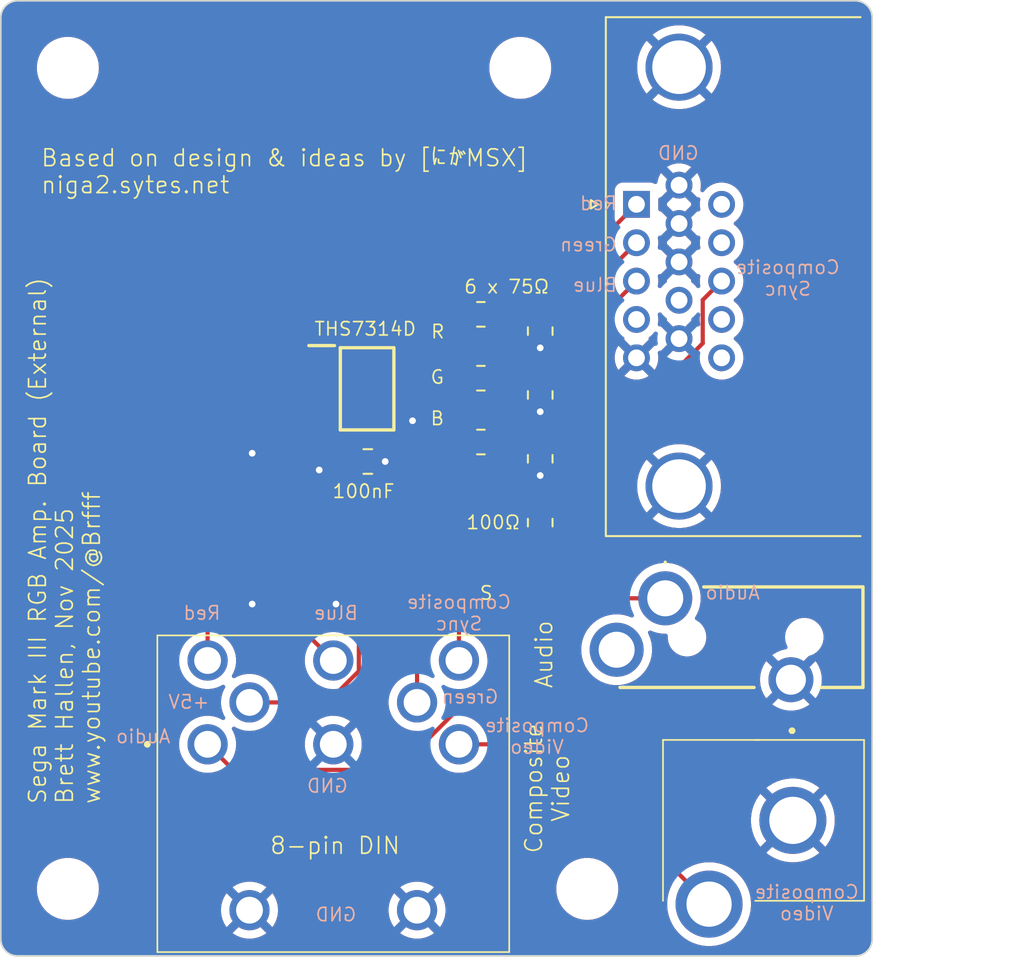
<source format=kicad_pcb>
(kicad_pcb (version 20241229) (generator "pcbnew") (generator_version "9.0")
  (title_block (title "Sega Mark III RGB Amplifier") (date "22/NOV/2025") (rev "B") (company "Brett Hallen") (comment 1 "youtube.com/@brfff") (comment 3 "Idea from にがMSX"))
  (layers (0 "F.Cu" signal) (2 "B.Cu" signal) (13 "F.Paste" user) (15 "B.Paste" user) (5 "F.SilkS" user "F.Silkscreen") (7 "B.SilkS" user "B.Silkscreen") (1 "F.Mask" user) (3 "B.Mask" user) (25 "Edge.Cuts" user))
  (net 0 "")
  (net 1 "+5V")
  (net 2 "RED_{IN}")
  (net 3 "BLUE_{IN}")
  (net 4 "GREEN_{IN}")
  (net 5 "GND")
  (net 6 "Net-(IC1-CH.3_OUT)")
  (net 7 "Net-(IC1-CH.2_OUT)")
  (net 8 "Net-(IC1-CH.1_OUT)")
  (net 10 "GREEN_{OUT}")
  (net 11 "RED_{OUT}")
  (net 12 "C.SYNC_{OUT}")
  (net 13 "BLUE_{OUT}")
  (net 20 "AUDIO")
  (net 21 "C.SYNC_{IN}")
  (net 22 "VIDEO")
  (footprint "Resistor_SMD:R_0805_2012Metric_Pad1.20x1.40mm_HandSolder" (layer "F.Cu") (at 108.823503 51.304073 180)
    (property "Reference" "R1" (hide yes))
    (property "Value" "75Ω" (hide yes))
    (fp_line (start -0.227064 0.735) (end 0.227064 0.735) (stroke (width 0.12)) (layer "F.SilkS"))
    (fp_line (start -0.227064 -0.735) (end 0.227064 -0.735) (stroke (width 0.12)) (layer "F.SilkS"))
    (pad "1" smd roundrect (at -1 0 180) (size 1.2 1.4) (layers "F.Cu" "F.Mask" "F.Paste") (roundrect_rratio 0.2083333333) (net 11 "RED_{OUT}"))
    (pad "2" smd roundrect (at 1 0 180) (size 1.2 1.4) (layers "F.Cu" "F.Mask" "F.Paste") (roundrect_rratio 0.2083333333) (net 8 "Net-(IC1-CH.1_OUT)"))
  )
  (footprint "Clueless_Engineer:6710801" (layer "F.Cu") (at 92.513503 76.964073 180)
    (property "Reference" "J1" (hide yes))
    (property "Value" "RGBS Input" (hide yes))
    (fp_line (start 3.6 0.1) (end 3.6 0.1) (stroke (width 0.2)) (layer "F.SilkS"))
    (fp_line (start 3.6 -0.1) (end 3.6 -0.1) (stroke (width 0.2)) (layer "F.SilkS"))
    (fp_line (start 3 6.5) (end -18 6.5) (stroke (width 0.1)) (layer "F.SilkS"))
    (fp_line (start 3 -12.4) (end 3 6.5) (stroke (width 0.1)) (layer "F.SilkS"))
    (fp_line (start -18 6.5) (end -18 -12.4) (stroke (width 0.1)) (layer "F.SilkS"))
    (fp_line (start -18 -12.4) (end 3 -12.4) (stroke (width 0.1)) (layer "F.SilkS"))
    (fp_arc (start 3.6 0.1) (mid 3.5 0) (end 3.6 -0.1) (stroke (width 0.2)) (layer "F.SilkS"))
    (fp_arc (start 3.6 -0.1) (mid 3.7 0) (end 3.6 0.1) (stroke (width 0.2)) (layer "F.SilkS"))
    (pad "1" thru_hole circle (at 0 0 180) (size 2.4 2.4) (drill 1.6) (layers "*.Cu" "*.Mask") (net 20 "AUDIO"))
    (pad "2" thru_hole circle (at -7.5 0 180) (size 2.4 2.4) (drill 1.6) (layers "*.Cu" "*.Mask") (net 5 "GND"))
    (pad "3" thru_hole circle (at -15 0 180) (size 2.4 2.4) (drill 1.6) (layers "*.Cu" "*.Mask") (net 22 "VIDEO"))
    (pad "4" thru_hole circle (at -2.5 2.5 180) (size 2.4 2.4) (drill 1.6) (layers "*.Cu" "*.Mask") (net 1 "+5V"))
    (pad "5" thru_hole circle (at -12.5 2.5 180) (size 2.4 2.4) (drill 1.6) (layers "*.Cu" "*.Mask") (net 4 "GREEN_{IN}"))
    (pad "6" thru_hole circle (at 0 5 180) (size 2.4 2.4) (drill 1.6) (layers "*.Cu" "*.Mask") (net 2 "RED_{IN}"))
    (pad "7" thru_hole circle (at -15 5 180) (size 2.4 2.4) (drill 1.6) (layers "*.Cu" "*.Mask") (net 21 "C.SYNC_{IN}"))
    (pad "8" thru_hole circle (at -7.5 5 180) (size 2.4 2.4) (drill 1.6) (layers "*.Cu" "*.Mask") (net 3 "BLUE_{IN}"))
    (pad "MH1" thru_hole circle (at -2.5 -9.9 180) (size 2.4 2.4) (drill 1.6) (layers "*.Cu" "*.Mask") (net 5 "GND"))
    (pad "MH2" thru_hole circle (at -12.5 -9.9 180) (size 2.4 2.4) (drill 1.6) (layers "*.Cu" "*.Mask") (net 5 "GND"))
  )
  (footprint "Clueless_Engineer:FC68371" (layer "F.Cu") (at 127.441433 81.504073 180)
    (property "Reference" "J4" (hide yes))
    (property "Value" "Video Out" (hide yes))
    (fp_line (start 7.75 4.8) (end 2 4.8) (stroke (width 0.1)) (layer "F.SilkS"))
    (fp_line (start 7.75 -4.8) (end 7.75 4.8) (stroke (width 0.1)) (layer "F.SilkS"))
    (fp_line (start 2.25 -4.8) (end -4.25 -4.8) (stroke (width 0.1)) (layer "F.SilkS"))
    (fp_line (start 0.15 5.35) (end 0.15 5.35) (stroke (width 0.2)) (layer "F.SilkS"))
    (fp_line (start -0.05 5.35) (end -0.05 5.35) (stroke (width 0.2)) (layer "F.SilkS"))
    (fp_line (start -4.25 4.8) (end 2.25 4.8) (stroke (width 0.1)) (layer "F.SilkS"))
    (fp_line (start -4.25 -4.8) (end -4.25 4.8) (stroke (width 0.1)) (layer "F.SilkS"))
    (fp_arc (start 0.15 5.35) (mid 0.05 5.45) (end -0.05 5.35) (stroke (width 0.2)) (layer "F.SilkS"))
    (fp_arc (start -0.05 5.35) (mid 0.05 5.25) (end 0.15 5.35) (stroke (width 0.2)) (layer "F.SilkS"))
    (pad "1" thru_hole circle (at 0 0 180) (size 4 4) (drill 2.818) (layers "*.Cu" "*.Mask") (net 5 "GND"))
    (pad "3" thru_hole circle (at 5 -5 180) (size 4 4) (drill 2.7) (layers "*.Cu" "*.Mask") (net 22 "VIDEO"))
  )
  (footprint "MountingHole:MountingHole_3.2mm_M3_DIN965" (layer "F.Cu") (at 84.173503 85.594073)
    (property "Reference" "H3" (hide yes))
    (property "Value" "MountingHole" (hide yes))
    (pad "" np_thru_hole circle (at 0 0) (size 3.2 3.2) (drill 3.2) (layers "*.Cu" "*.Mask"))
  )
  (footprint "MountingHole:MountingHole_3.2mm_M3_DIN965" (layer "F.Cu") (at 115.173503 85.594073)
    (property "Reference" "H4" (hide yes))
    (property "Value" "MountingHole" (hide yes))
    (pad "" np_thru_hole circle (at 0 0) (size 3.2 3.2) (drill 3.2) (layers "*.Cu" "*.Mask"))
  )
  (footprint "Resistor_SMD:R_0805_2012Metric_Pad1.20x1.40mm_HandSolder" (layer "F.Cu") (at 112.363503 59.924073 -90)
    (property "Reference" "R5" (hide yes))
    (property "Value" "75Ω" (hide yes))
    (fp_line (start -0.227064 0.735) (end 0.227064 0.735) (stroke (width 0.12)) (layer "F.SilkS"))
    (fp_line (start -0.227064 -0.735) (end 0.227064 -0.735) (stroke (width 0.12)) (layer "F.SilkS"))
    (pad "1" smd roundrect (at -1 0 270) (size 1.2 1.4) (layers "F.Cu" "F.Mask" "F.Paste") (roundrect_rratio 0.2083333333) (net 13 "BLUE_{OUT}"))
    (pad "2" smd roundrect (at 1 0 270) (size 1.2 1.4) (layers "F.Cu" "F.Mask" "F.Paste") (roundrect_rratio 0.2083333333) (net 5 "GND"))
  )
  (footprint "Clueless_Engineer:SJ3350820BTR" (layer "F.Cu") (at 119.825568 68.250768 180)
    (property "Reference" "J3" (hide yes))
    (property "Value" "Audio" (hide yes))
    (fp_line (start 0 2.2) (end 0 2.2) (stroke (width 0.1)) (layer "F.SilkS"))
    (fp_line (start 0 2.1) (end 0 2.1) (stroke (width 0.1)) (layer "F.SilkS"))
    (fp_line (start -5.3 -5.32) (end 2.7 -5.32) (stroke (width 0.2)) (layer "F.SilkS"))
    (fp_line (start -9.3 -5.32) (end -11.8 -5.32) (stroke (width 0.2)) (layer "F.SilkS"))
    (fp_line (start -11.8 0.68) (end -2.3 0.68) (stroke (width 0.2)) (layer "F.SilkS"))
    (fp_line (start -11.8 -5.32) (end -11.8 0.68) (stroke (width 0.2)) (layer "F.SilkS"))
    (fp_arc (start 0 2.2) (mid -0.05 2.15) (end 0 2.1) (stroke (width 0.1)) (layer "F.SilkS"))
    (fp_arc (start 0 2.1) (mid 0.05 2.15) (end 0 2.2) (stroke (width 0.1)) (layer "F.SilkS"))
    (pad "" np_thru_hole circle (at -8.3 -2.32 180) (size 1.8 1.8) (drill 1.8) (layers "*.Cu" "*.Mask"))
    (pad "" np_thru_hole circle (at -1.3 -2.32 180) (size 1.8 1.8) (drill 1.8) (layers "*.Cu" "*.Mask"))
    (pad "2" thru_hole circle (at 0 0 180) (size 3.225 3.225) (drill 2.15) (layers "*.Cu" "*.Mask") (net 20 "AUDIO"))
    (pad "3" thru_hole circle (at 2.9 -3.07 180) (size 3.225 3.225) (drill 2.15) (layers "*.Cu" "*.Mask"))
    (pad "5" thru_hole circle (at -7.5 -4.86 180) (size 2.685 2.685) (drill 1.79) (layers "*.Cu" "*.Mask") (net 5 "GND"))
  )
  (footprint "Resistor_SMD:R_0805_2012Metric_Pad1.20x1.40mm_HandSolder" (layer "F.Cu") (at 112.363503 63.734073 -90)
    (property "Reference" "R4" (hide yes))
    (property "Value" "100Ω" (at -0.01 2.8 180) (layer "F.SilkS") (effects (font (size 0.8 0.8) (thickness 0.1))))
    (fp_line (start -0.227064 0.735) (end 0.227064 0.735) (stroke (width 0.12)) (layer "F.SilkS"))
    (fp_line (start -0.227064 -0.735) (end 0.227064 -0.735) (stroke (width 0.12)) (layer "F.SilkS"))
    (pad "1" smd roundrect (at -1 0 270) (size 1.2 1.4) (layers "F.Cu" "F.Mask" "F.Paste") (roundrect_rratio 0.2083333333) (net 12 "C.SYNC_{OUT}"))
    (pad "2" smd roundrect (at 1 0 270) (size 1.2 1.4) (layers "F.Cu" "F.Mask" "F.Paste") (roundrect_rratio 0.2083333333) (net 21 "C.SYNC_{IN}"))
  )
  (footprint "Resistor_SMD:R_0805_2012Metric_Pad1.20x1.40mm_HandSolder" (layer "F.Cu") (at 112.363503 52.304073 -90)
    (property "Reference" "R7" (hide yes))
    (property "Value" "75Ω" (hide yes))
    (fp_line (start -0.227064 0.735) (end 0.227064 0.735) (stroke (width 0.12)) (layer "F.SilkS"))
    (fp_line (start -0.227064 -0.735) (end 0.227064 -0.735) (stroke (width 0.12)) (layer "F.SilkS"))
    (pad "1" smd roundrect (at -1 0 270) (size 1.2 1.4) (layers "F.Cu" "F.Mask" "F.Paste") (roundrect_rratio 0.2083333333) (net 11 "RED_{OUT}"))
    (pad "2" smd roundrect (at 1 0 270) (size 1.2 1.4) (layers "F.Cu" "F.Mask" "F.Paste") (roundrect_rratio 0.2083333333) (net 5 "GND"))
  )
  (footprint "Resistor_SMD:R_0805_2012Metric_Pad1.20x1.40mm_HandSolder" (layer "F.Cu") (at 112.363503 56.114073 -90)
    (property "Reference" "R6" (hide yes))
    (property "Value" "75Ω" (hide yes))
    (fp_line (start -0.227064 0.735) (end 0.227064 0.735) (stroke (width 0.12)) (layer "F.SilkS"))
    (fp_line (start -0.227064 -0.735) (end 0.227064 -0.735) (stroke (width 0.12)) (layer "F.SilkS"))
    (pad "1" smd roundrect (at -1 0 270) (size 1.2 1.4) (layers "F.Cu" "F.Mask" "F.Paste") (roundrect_rratio 0.2083333333) (net 10 "GREEN_{OUT}"))
    (pad "2" smd roundrect (at 1 0 270) (size 1.2 1.4) (layers "F.Cu" "F.Mask" "F.Paste") (roundrect_rratio 0.2083333333) (net 5 "GND"))
  )
  (footprint "MountingHole:MountingHole_3.2mm_M3_DIN965" (layer "F.Cu") (at 84.173503 36.594073)
    (property "Reference" "H2" (hide yes))
    (property "Value" "MountingHole" (hide yes))
    (pad "" np_thru_hole circle (at 0 0) (size 3.2 3.2) (drill 3.2) (layers "*.Cu" "*.Mask"))
  )
  (footprint "Connector_Dsub:DSUB-15-HD_Socket_Horizontal_P2.29x2.54mm_EdgePinOffset8.35mm_Housed_MountingHolesOffset10.89mm" (layer "F.Cu") (at 118.109473 44.739408 90)
    (property "Reference" "J2" (hide yes))
    (property "Value" "VGA Out")
    (fp_line (start 0.25 -2.724338) (end 0 -2.291325) (stroke (width 0.12)) (layer "F.SilkS"))
    (fp_line (start -0.25 -2.724338) (end 0.25 -2.724338) (stroke (width 0.12)) (layer "F.SilkS"))
    (fp_line (start 0 -2.291325) (end -0.25 -2.724338) (stroke (width 0.12)) (layer "F.SilkS"))
    (fp_line (start 11.17 -1.83) (end 11.17 13.37) (stroke (width 0.12)) (layer "F.SilkS"))
    (fp_line (start -19.8 -1.83) (end 11.17 -1.83) (stroke (width 0.12)) (layer "F.SilkS"))
    (fp_line (start -19.8 13.37) (end -19.8 -1.83) (stroke (width 0.12)) (layer "F.SilkS"))
    (pad "0" thru_hole circle (at -16.815 2.54 90) (size 4 4) (drill 3.2) (layers "*.Cu" "*.Mask") (net 5 "GND"))
    (pad "0" thru_hole circle (at 8.185 2.54 90) (size 4 4) (drill 3.2) (layers "*.Cu" "*.Mask") (net 5 "GND"))
    (pad "1" thru_hole rect (at 0 0 90) (size 1.6 1.6) (drill 1) (layers "*.Cu" "*.Mask") (net 11 "RED_{OUT}"))
    (pad "2" thru_hole circle (at -2.29 0 90) (size 1.6 1.6) (drill 1) (layers "*.Cu" "*.Mask") (net 10 "GREEN_{OUT}"))
    (pad "3" thru_hole circle (at -4.58 0 90) (size 1.6 1.6) (drill 1) (layers "*.Cu" "*.Mask") (net 13 "BLUE_{OUT}"))
    (pad "4" thru_hole circle (at -6.87 0 90) (size 1.6 1.6) (drill 1) (layers "*.Cu" "*.Mask"))
    (pad "5" thru_hole circle (at -9.16 0 90) (size 1.6 1.6) (drill 1) (layers "*.Cu" "*.Mask") (net 5 "GND"))
    (pad "6" thru_hole circle (at 1.145 2.54 90) (size 1.6 1.6) (drill 1) (layers "*.Cu" "*.Mask") (net 5 "GND"))
    (pad "7" thru_hole circle (at -1.145 2.54 90) (size 1.6 1.6) (drill 1) (layers "*.Cu" "*.Mask") (net 5 "GND"))
    (pad "8" thru_hole circle (at -3.435 2.54 90) (size 1.6 1.6) (drill 1) (layers "*.Cu" "*.Mask") (net 5 "GND"))
    (pad "9" thru_hole circle (at -5.725 2.54 90) (size 1.6 1.6) (drill 1) (layers "*.Cu" "*.Mask"))
    (pad "10" thru_hole circle (at -8.015 2.54 90) (size 1.6 1.6) (drill 1) (layers "*.Cu" "*.Mask") (net 5 "GND"))
    (pad "11" thru_hole circle (at 0 5.08 90) (size 1.6 1.6) (drill 1) (layers "*.Cu" "*.Mask"))
    (pad "12" thru_hole circle (at -2.29 5.08 90) (size 1.6 1.6) (drill 1) (layers "*.Cu" "*.Mask"))
    (pad "13" thru_hole circle (at -4.58 5.08 90) (size 1.6 1.6) (drill 1) (layers "*.Cu" "*.Mask") (net 12 "C.SYNC_{OUT}"))
    (pad "14" thru_hole circle (at -6.87 5.08 90) (size 1.6 1.6) (drill 1) (layers "*.Cu" "*.Mask"))
    (pad "15" thru_hole circle (at -9.16 5.08 90) (size 1.6 1.6) (drill 1) (layers "*.Cu" "*.Mask"))
  )
  (footprint "KiCad:SOIC127P600X175-8N" (layer "F.Cu") (at 102.032503 55.749073)
    (property "Reference" "IC1" (hide yes))
    (property "Value" "THS7314D" (at -0.105865 -3.579304 0) (layer "F.SilkS") (effects (font (size 0.8 0.8) (thickness 0.1))))
    (fp_line (start -3.475 -2.58) (end -1.948 -2.58) (stroke (width 0.2)) (layer "F.SilkS"))
    (fp_line (start -1.598 -2.452) (end 1.598 -2.452) (stroke (width 0.2)) (layer "F.SilkS"))
    (fp_line (start -1.598 2.452) (end -1.598 -2.452) (stroke (width 0.2)) (layer "F.SilkS"))
    (fp_line (start 1.598 -2.452) (end 1.598 2.452) (stroke (width 0.2)) (layer "F.SilkS"))
    (fp_line (start 1.598 2.452) (end -1.598 2.452) (stroke (width 0.2)) (layer "F.SilkS"))
    (pad "1" smd rect (at -2.711 -1.905 90) (size 0.65 1.528) (layers "F.Cu" "F.Mask" "F.Paste") (net 2 "RED_{IN}"))
    (pad "2" smd rect (at -2.711 -0.635 90) (size 0.65 1.528) (layers "F.Cu" "F.Mask" "F.Paste") (net 4 "GREEN_{IN}"))
    (pad "3" smd rect (at -2.711 0.635 90) (size 0.65 1.528) (layers "F.Cu" "F.Mask" "F.Paste") (net 3 "BLUE_{IN}"))
    (pad "4" smd rect (at -2.711 1.905 90) (size 0.65 1.528) (layers "F.Cu" "F.Mask" "F.Paste") (net 1 "+5V"))
    (pad "5" smd rect (at 2.711 1.905 90) (size 0.65 1.528) (layers "F.Cu" "F.Mask" "F.Paste") (net 5 "GND"))
    (pad "6" smd rect (at 2.711 0.635 90) (size 0.65 1.528) (layers "F.Cu" "F.Mask" "F.Paste") (net 6 "Net-(IC1-CH.3_OUT)"))
    (pad "7" smd rect (at 2.711 -0.635 90) (size 0.65 1.528) (layers "F.Cu" "F.Mask" "F.Paste") (net 7 "Net-(IC1-CH.2_OUT)"))
    (pad "8" smd rect (at 2.711 -1.905 90) (size 0.65 1.528) (layers "F.Cu" "F.Mask" "F.Paste") (net 8 "Net-(IC1-CH.1_OUT)"))
  )
  (footprint "Resistor_SMD:R_0805_2012Metric_Pad1.20x1.40mm_HandSolder" (layer "F.Cu") (at 108.823503 55.114073 180)
    (property "Reference" "R2" (hide yes))
    (property "Value" "75Ω" (hide yes))
    (fp_line (start -0.227064 0.735) (end 0.227064 0.735) (stroke (width 0.12)) (layer "F.SilkS"))
    (fp_line (start -0.227064 -0.735) (end 0.227064 -0.735) (stroke (width 0.12)) (layer "F.SilkS"))
    (pad "1" smd roundrect (at -1 0 180) (size 1.2 1.4) (layers "F.Cu" "F.Mask" "F.Paste") (roundrect_rratio 0.2083333333) (net 10 "GREEN_{OUT}"))
    (pad "2" smd roundrect (at 1 0 180) (size 1.2 1.4) (layers "F.Cu" "F.Mask" "F.Paste") (roundrect_rratio 0.2083333333) (net 7 "Net-(IC1-CH.2_OUT)"))
  )
  (footprint "MountingHole:MountingHole_3.2mm_M3_DIN965" (layer "F.Cu") (at 111.173503 36.594073)
    (property "Reference" "H1" (hide yes))
    (property "Value" "MountingHole" (hide yes))
    (pad "" np_thru_hole circle (at 0 0) (size 3.2 3.2) (drill 3.2) (layers "*.Cu" "*.Mask"))
  )
  (footprint "Capacitor_SMD:C_0805_2012Metric_Pad1.18x1.45mm_HandSolder" (layer "F.Cu") (at 102.075725 60.08657 180)
    (property "Reference" "C1" (hide yes))
    (property "Value" "100nF" (at 0.254 -1.778 0) (layer "F.SilkS") (effects (font (size 0.8 0.8) (thickness 0.1))))
    (fp_line (start -0.261252 0.735) (end 0.261252 0.735) (stroke (width 0.12)) (layer "F.SilkS"))
    (fp_line (start -0.261252 -0.735) (end 0.261252 -0.735) (stroke (width 0.12)) (layer "F.SilkS"))
    (pad "1" smd roundrect (at -1.0375 0 180) (size 1.175 1.45) (layers "F.Cu" "F.Mask" "F.Paste") (roundrect_rratio 0.2127659574) (net 5 "GND"))
    (pad "2" smd roundrect (at 1.0375 0 180) (size 1.175 1.45) (layers "F.Cu" "F.Mask" "F.Paste") (roundrect_rratio 0.2127659574) (net 1 "+5V"))
  )
  (footprint "Resistor_SMD:R_0805_2012Metric_Pad1.20x1.40mm_HandSolder" (layer "F.Cu") (at 108.823503 58.924073 180)
    (property "Reference" "R3" (hide yes))
    (property "Value" "75Ω" (hide yes))
    (fp_line (start -0.227064 0.735) (end 0.227064 0.735) (stroke (width 0.12)) (layer "F.SilkS"))
    (fp_line (start -0.227064 -0.735) (end 0.227064 -0.735) (stroke (width 0.12)) (layer "F.SilkS"))
    (pad "1" smd roundrect (at -1 0 180) (size 1.2 1.4) (layers "F.Cu" "F.Mask" "F.Paste") (roundrect_rratio 0.2083333333) (net 13 "BLUE_{OUT}"))
    (pad "2" smd roundrect (at 1 0 180) (size 1.2 1.4) (layers "F.Cu" "F.Mask" "F.Paste") (roundrect_rratio 0.2083333333) (net 6 "Net-(IC1-CH.3_OUT)"))
  )
  (gr_arc (start 81.173503 89.594073) (mid 80.466404 89.301179) (end 80.173503 88.594073) (stroke (width 0.1)) (layer "Edge.Cuts"))
  (gr_arc (start 131.173503 32.594073) (mid 131.880617 32.886966) (end 132.173503 33.594073) (stroke (width 0.1)) (layer "Edge.Cuts"))
  (gr_line (start 131.173503 89.594073) (end 81.173503 89.594073) (stroke (width 0.1)) (layer "Edge.Cuts"))
  (gr_line (start 132.173503 33.594073) (end 132.173503 88.594073) (stroke (width 0.1)) (layer "Edge.Cuts"))
  (gr_line (start 80.173503 88.594073) (end 80.173503 33.594073) (stroke (width 0.1)) (layer "Edge.Cuts"))
  (gr_arc (start 132.173503 88.594073) (mid 131.88061 89.30118) (end 131.173503 89.594073) (stroke (width 0.1)) (layer "Edge.Cuts"))
  (gr_arc (start 80.173503 33.594073) (mid 80.466406 32.886985) (end 81.173503 32.594073) (stroke (width 0.1)) (layer "Edge.Cuts"))
  (gr_line (start 81.173503 32.594073) (end 131.173503 32.594073) (stroke (width 0.1)) (layer "Edge.Cuts"))
  (gr_text "S" (at 108.694034 68.403542 0) (layer "F.SilkS") (effects (font (size 0.8 0.8) (thickness 0.1)) (justify left bottom)))
  (gr_text "Sega Mark III RGB Amp. Board (External)\nBrett Hallen, Nov 2025\nwww.youtube.com/@Brfff" (at 86.173503 80.594073 90) (layer "F.SilkS") (effects (font (size 1 1) (thickness 0.1)) (justify left bottom)))
  (gr_text "Audio" (at 113.173503 71.594073 90) (layer "F.SilkS") (effects (font (size 1 1) (thickness 0.1)) (justify bottom)))
  (gr_text "R" (at 105.783987 52.803589 0) (layer "F.SilkS") (effects (font (size 0.8 0.8) (thickness 0.1)) (justify left bottom)))
  (gr_text "Based on design & ideas by [にがMSX]\nniga2.sytes.net" (at 82.513503 42.774073 0) (layer "F.SilkS") (effects (font (size 1 1) (thickness 0.1)) (justify left)))
  (gr_text "Composite\nVideo" (at 114.173503 79.594073 90) (layer "F.SilkS") (effects (font (size 1 1) (thickness 0.1)) (justify bottom)))
  (gr_text "B" (at 105.757503 57.981659 0) (layer "F.SilkS") (effects (font (size 0.8 0.8) (thickness 0.1)) (justify left bottom)))
  (gr_text "6 x 75Ω" (at 107.763503 50.124073 0) (layer "F.SilkS") (effects (font (size 0.8 0.8) (thickness 0.1)) (justify left bottom)))
  (gr_text "G" (at 105.757503 55.516884 0) (layer "F.SilkS") (effects (font (size 0.8 0.8) (thickness 0.1)) (justify left bottom)))
  (gr_text "8-pin DIN" (at 96.173503 83.594073 0) (layer "F.SilkS") (effects (font (size 1 1) (thickness 0.1)) (justify left bottom)))
  (gr_text "Blue" (at 115.628075 50.01515 0) (layer "B.SilkS") (effects (font (size 0.8 0.8) (thickness 0.1)) (justify bottom mirror)))
  (gr_text "GND" (at 99.663503 79.914073 0) (layer "B.SilkS") (effects (font (size 0.8 0.8) (thickness 0.1)) (justify bottom mirror)))
  (gr_text "Audio" (at 88.669908 76.964073 0) (layer "B.SilkS") (effects (font (size 0.8 0.8) (thickness 0.1)) (justify bottom mirror)))
  (gr_text "Green" (at 108.173503 74.594073 0) (layer "B.SilkS") (effects (font (size 0.8 0.8) (thickness 0.1)) (justify bottom mirror)))
  (gr_text "Composite\nSync" (at 107.513503 70.231967 0) (layer "B.SilkS") (effects (font (size 0.8 0.8) (thickness 0.1)) (justify bottom mirror)))
  (gr_text "Green" (at 115.239021 47.60986 0) (layer "B.SilkS") (effects (font (size 0.8 0.8) (thickness 0.1)) (justify bottom mirror)))
  (gr_text "Red" (at 92.173503 69.594073 0) (layer "B.SilkS") (effects (font (size 0.8 0.8) (thickness 0.1)) (justify bottom mirror)))
  (gr_text "Composite\nSync" (at 127.131274 50.251748 0) (layer "B.SilkS") (effects (font (size 0.8 0.8) (thickness 0.1)) (justify bottom mirror)))
  (gr_text "Composite\nVideo" (at 112.173503 77.594073 0) (layer "B.SilkS") (effects (font (size 0.8 0.8) (thickness 0.1)) (justify bottom mirror)))
  (gr_text "Blue" (at 100.173503 69.594073 0) (layer "B.SilkS") (effects (font (size 0.8 0.8) (thickness 0.1)) (justify bottom mirror)))
  (gr_text "Audio" (at 123.849776 68.381907 0) (layer "B.SilkS") (effects (font (size 0.8 0.8) (thickness 0.1)) (justify bottom mirror)))
  (gr_text "GND" (at 100.173503 87.594073 0) (layer "B.SilkS") (effects (font (size 0.8 0.8) (thickness 0.1)) (justify bottom mirror)))
  (gr_text "GND" (at 120.606809 42.150791 0) (layer "B.SilkS") (effects (font (size 0.8 0.8) (thickness 0.1)) (justify bottom mirror)))
  (gr_text "+5V" (at 91.393062 74.90227 0) (layer "B.SilkS") (effects (font (size 0.8 0.8) (thickness 0.1)) (justify bottom mirror)))
  (gr_text "Composite\nVideo" (at 128.272177 87.531423 0) (layer "B.SilkS") (effects (font (size 0.8 0.8) (thickness 0.1)) (justify bottom mirror)))
  (gr_text "Red" (at 115.839473 45.150343 0) (layer "B.SilkS") (effects (font (size 0.8 0.8) (thickness 0.1)) (justify bottom mirror)))
  (segment (start 95.013503 74.464073) (end 99.671593 74.464073) (width 0.25) (layer "F.Cu") (net 1))
  (segment (start 99.671593 74.464073) (end 101.539503 72.596163) (width 0.25) (layer "F.Cu") (net 1))
  (segment (start 99.321503 58.369848) (end 101.038225 60.08657) (width 0.25) (layer "F.Cu") (net 1))
  (segment (start 101.539503 72.596163) (end 101.539503 60.587848) (width 0.25) (layer "F.Cu") (net 1))
  (segment (start 99.321503 57.654073) (end 99.321503 58.369848) (width 0.25) (layer "F.Cu") (net 1))
  (segment (start 101.539503 60.587848) (end 101.038225 60.08657) (width 0.25) (layer "F.Cu") (net 1))
  (segment (start 92.513503 59.638073) (end 98.307503 53.844073) (width 0.25) (layer "F.Cu") (net 2))
  (segment (start 92.513503 71.964073) (end 92.513503 59.638073) (width 0.25) (layer "F.Cu") (net 2))
  (segment (start 98.307503 53.844073) (end 99.321503 53.844073) (width 0.25) (layer "F.Cu") (net 2))
  (segment (start 98.231503 70.182073) (end 98.231503 57.035073) (width 0.25) (layer "F.Cu") (net 3))
  (segment (start 98.882503 56.384073) (end 99.321503 56.384073) (width 0.25) (layer "F.Cu") (net 3))
  (segment (start 98.231503 57.035073) (end 98.882503 56.384073) (width 0.25) (layer "F.Cu") (net 3))
  (segment (start 100.013503 71.964073) (end 98.231503 70.182073) (width 0.25) (layer "F.Cu") (net 3))
  (segment (start 105.013503 60.335073) (end 99.792503 55.114073) (width 0.25) (layer "F.Cu") (net 4))
  (segment (start 99.792503 55.114073) (end 99.321503 55.114073) (width 0.25) (layer "F.Cu") (net 4))
  (segment (start 105.013503 74.464073) (end 105.013503 60.335073) (width 0.25) (layer "F.Cu") (net 4))
  (via (at 99.173503 60.594073) (size 0.8) (drill 0.4) (layers "F.Cu" "B.Cu") (net 5))
  (via (at 112.363503 60.924073) (size 0.8) (drill 0.4) (layers "F.Cu" "B.Cu") (net 5))
  (via (at 100.173503 68.594073) (size 0.8) (drill 0.4) (layers "F.Cu" "B.Cu") (net 5))
  (via (at 95.173503 68.594073) (size 0.8) (drill 0.4) (layers "F.Cu" "B.Cu") (net 5))
  (via (at 104.743503 57.654073) (size 0.8) (drill 0.4) (layers "F.Cu" "B.Cu") (net 5))
  (via (at 103.113225 60.08657) (size 0.8) (drill 0.4) (layers "F.Cu" "B.Cu") (net 5))
  (via (at 95.173503 59.594073) (size 0.8) (drill 0.4) (layers "F.Cu" "B.Cu") (net 5))
  (via (at 112.363503 53.304073) (size 0.8) (drill 0.4) (layers "F.Cu" "B.Cu") (net 5))
  (via (at 112.363503 57.114073) (size 0.8) (drill 0.4) (layers "F.Cu" "B.Cu") (net 5))
  (segment (start 104.743503 56.384073) (end 105.283503 56.384073) (width 0.25) (layer "F.Cu") (net 6))
  (segment (start 105.283503 56.384073) (end 107.823503 58.924073) (width 0.25) (layer "F.Cu") (net 6))
  (segment (start 104.743503 55.114073) (end 107.823503 55.114073) (width 0.25) (layer "F.Cu") (net 7))
  (segment (start 107.283503 51.304073) (end 107.823503 51.304073) (width 0.25) (layer "F.Cu") (net 8))
  (segment (start 104.743503 53.844073) (end 107.283503 51.304073) (width 0.25) (layer "F.Cu") (net 8))
  (segment (start 113.563503 51.575378) (end 118.109473 47.029408) (width 0.25) (layer "F.Cu") (net 10))
  (segment (start 109.823503 55.114073) (end 112.363503 55.114073) (width 0.25) (layer "F.Cu") (net 10))
  (segment (start 112.363503 55.114073) (end 113.563503 53.914073) (width 0.25) (layer "F.Cu") (net 10))
  (segment (start 113.563503 53.914073) (end 113.563503 51.575378) (width 0.25) (layer "F.Cu") (net 10))
  (segment (start 112.363503 51.304073) (end 112.363503 50.485378) (width 0.25) (layer "F.Cu") (net 11))
  (segment (start 112.363503 50.485378) (end 118.109473 44.739408) (width 0.25) (layer "F.Cu") (net 11))
  (segment (start 109.823503 51.304073) (end 112.363503 51.304073) (width 0.25) (layer "F.Cu") (net 11))
  (segment (start 112.363503 62.734073) (end 122.063473 53.034103) (width 0.25) (layer "F.Cu") (net 12))
  (segment (start 122.063473 50.445408) (end 123.189473 49.319408) (width 0.25) (layer "F.Cu") (net 12))
  (segment (start 122.063473 53.034103) (end 122.063473 50.445408) (width 0.25) (layer "F.Cu") (net 12))
  (segment (start 112.363503 58.924073) (end 114.163503 57.124073) (width 0.25) (layer "F.Cu") (net 13))
  (segment (start 114.163503 53.265378) (end 118.109473 49.319408) (width 0.25) (layer "F.Cu") (net 13))
  (segment (start 114.163503 57.124073) (end 114.163503 53.265378) (width 0.25) (layer "F.Cu") (net 13))
  (segment (start 109.823503 58.924073) (end 112.363503 58.924073) (width 0.25) (layer "F.Cu") (net 13))
  (segment (start 103.829413 78.490073) (end 114.068718 68.250768) (width 0.25) (layer "F.Cu") (net 20))
  (segment (start 92.513503 76.964073) (end 94.039503 78.490073) (width 0.25) (layer "F.Cu") (net 20))
  (segment (start 114.068718 68.250768) (end 119.825568 68.250768) (width 0.25) (layer "F.Cu") (net 20))
  (segment (start 94.039503 78.490073) (end 103.829413 78.490073) (width 0.25) (layer "F.Cu") (net 20))
  (segment (start 107.513503 71.964073) (end 107.513503 69.584073) (width 0.25) (layer "F.Cu") (net 21))
  (segment (start 107.513503 69.584073) (end 112.363503 64.734073) (width 0.25) (layer "F.Cu") (net 21))
  (segment (start 122.441433 86.504073) (end 112.901433 76.964073) (width 0.25) (layer "F.Cu") (net 22))
  (segment (start 112.901433 76.964073) (end 107.513503 76.964073) (width 0.25) (layer "F.Cu") (net 22))
  (zone (net 5) (net_name "GND") (layers "F.Cu" "B.Cu") (connect_pads (clearance 0.5)) (min_thickness 0.25) (fill yes (thermal_gap 0.5) (thermal_bridge_width 0.5))
    (polygon (pts (xy 132.173503 32.594073) (xy 80.173503 32.594073) (xy 80.173503 89.594073) (xy 132.173503 89.594073)))
  )
)
</source>
